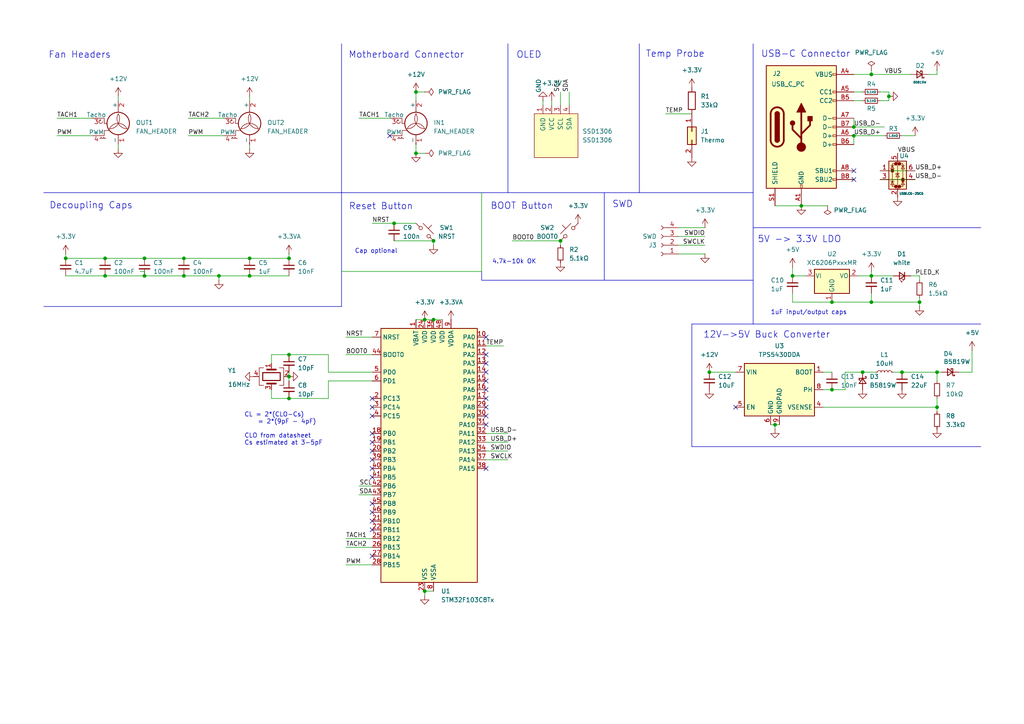
<source format=kicad_sch>
(kicad_sch (version 20231120) (generator "eeschema") (generator_version "8.0")
  (paper "A4")
  (title_block (title "Fan Controller (v2, WIP)") (date "2024-06-03") (rev "v2.0") (company "@funrollloops") (comment 1 "github.com/funrollloops/fancontrol"))
  (lib_symbols
    (symbol "Connector:Conn_01x04_Socket" (pin_names (offset 1.016) hide)
      (property "Reference" "J" (at 0 5.08 0))
      (property "Value" "Conn_01x04_Socket" (at 0 -7.62 0))
      (symbol "Conn_01x04_Socket_1_1"
        (pin passive line (at -5.08 2.54 0) (length 3.81) (name "Pin_1") (number "1"))
        (pin passive line (at -5.08 0 0) (length 3.81) (name "Pin_2") (number "2"))
        (pin passive line (at -5.08 -2.54 0) (length 3.81) (name "Pin_3") (number "3"))
        (pin passive line (at -5.08 -5.08 0) (length 3.81) (name "Pin_4") (number "4"))
      )
    )
    (symbol "Connector:USB_C_Receptacle_USB2.0_16P" (pin_names (offset 1.016))
      (property "Reference" "J" (at 0 22.225 0))
      (property "Value" "USB_C_Receptacle_USB2.0_16P" (at 0 19.685 0))
      (symbol "USB_C_Receptacle_USB2.0_16P_1_1"
        (pin passive line (at 0 -22.86 90) (length 5.08) (name "GND") (number "A1"))
        (pin passive line (at 0 -22.86 90) (length 5.08) hide (name "GND") (number "A12"))
        (pin passive line (at 15.24 15.24 180) (length 5.08) (name "VBUS") (number "A4"))
        (pin bidirectional line (at 15.24 10.16 180) (length 5.08) (name "CC1") (number "A5"))
        (pin bidirectional line (at 15.24 -2.54 180) (length 5.08) (name "D+") (number "A6"))
        (pin bidirectional line (at 15.24 2.54 180) (length 5.08) (name "D-") (number "A7"))
        (pin bidirectional line (at 15.24 -12.7 180) (length 5.08) (name "SBU1") (number "A8"))
        (pin passive line (at 15.24 15.24 180) (length 5.08) hide (name "VBUS") (number "A9"))
        (pin passive line (at 0 -22.86 90) (length 5.08) hide (name "GND") (number "B1"))
        (pin passive line (at 0 -22.86 90) (length 5.08) hide (name "GND") (number "B12"))
        (pin passive line (at 15.24 15.24 180) (length 5.08) hide (name "VBUS") (number "B4"))
        (pin bidirectional line (at 15.24 7.62 180) (length 5.08) (name "CC2") (number "B5"))
        (pin bidirectional line (at 15.24 -5.08 180) (length 5.08) (name "D+") (number "B6"))
        (pin bidirectional line (at 15.24 0 180) (length 5.08) (name "D-") (number "B7"))
        (pin bidirectional line (at 15.24 -15.24 180) (length 5.08) (name "SBU2") (number "B8"))
        (pin passive line (at 15.24 15.24 180) (length 5.08) hide (name "VBUS") (number "B9"))
        (pin passive line (at -7.62 -22.86 90) (length 5.08) (name "SHIELD") (number "S1"))
      )
    )
    (symbol "Connector_Generic:Conn_02x01" (pin_names (offset 1.016) hide)
      (property "Reference" "J" (at 1.27 2.54 0))
      (property "Value" "Conn_02x01" (at 1.27 -2.54 0))
      (symbol "Conn_02x01_1_1"
        (pin passive line (at -5.08 0 0) (length 3.81) (name "Pin_1") (number "1"))
        (pin passive line (at 7.62 0 180) (length 3.81) (name "Pin_2") (number "2"))
      )
    )
    (symbol "Device:C_Small" (pin_numbers hide) (pin_names (offset 0.254) hide)
      (property "Reference" "C" (at 0.254 1.778 0))
      (property "Value" "C_Small" (at 0.254 -2.032 0))
      (symbol "C_Small_1_1"
        (pin passive line (at 0 2.54 270) (length 2.032) (name "~") (number "1"))
        (pin passive line (at 0 -2.54 90) (length 2.032) (name "~") (number "2"))
      )
    )
    (symbol "Device:Crystal_GND24" (pin_names (offset 1.016) hide)
      (property "Reference" "Y" (at 3.175 5.08 0))
      (property "Value" "Crystal_GND24" (at 3.175 3.175 0))
      (symbol "Crystal_GND24_1_1"
        (pin passive line (at -3.81 0 0) (length 1.27) (name "1") (number "1"))
        (pin passive line (at 0 5.08 270) (length 1.27) (name "2") (number "2"))
        (pin passive line (at 3.81 0 180) (length 1.27) (name "3") (number "3"))
        (pin passive line (at 0 -5.08 90) (length 1.27) (name "4") (number "4"))
      )
    )
    (symbol "Device:D_Schottky_Small" (pin_numbers hide) (pin_names (offset 0.254) hide)
      (property "Reference" "D" (at -1.27 2.032 0))
      (property "Value" "D_Schottky_Small" (at -7.112 -2.032 0))
      (symbol "D_Schottky_Small_1_1"
        (pin passive line (at -2.54 0 0) (length 1.778) (name "K") (number "1"))
        (pin passive line (at 2.54 0 180) (length 1.778) (name "A") (number "2"))
      )
    )
    (symbol "Device:LED_Small" (pin_numbers hide) (pin_names (offset 0.254) hide)
      (property "Reference" "D" (at -1.27 3.175 0))
      (property "Value" "LED_Small" (at -4.445 -2.54 0))
      (symbol "LED_Small_1_1"
        (pin passive line (at -2.54 0 0) (length 1.778) (name "K") (number "1"))
        (pin passive line (at 2.54 0 180) (length 1.778) (name "A") (number "2"))
      )
    )
    (symbol "Device:L_Small" (pin_numbers hide) (pin_names (offset 0.254) hide)
      (property "Reference" "L" (at 0.762 1.016 0))
      (property "Value" "L_Small" (at 0.762 -1.016 0))
      (symbol "L_Small_1_1"
        (pin passive line (at 0 2.54 270) (length 0.508) (name "~") (number "1"))
        (pin passive line (at 0 -2.54 90) (length 0.508) (name "~") (number "2"))
      )
    )
    (symbol "Device:R" (pin_numbers hide) (pin_names (offset 0))
      (property "Reference" "R" (at 2.032 0 90))
      (property "Value" "R" (at 0 0 90))
      (symbol "R_1_1"
        (pin passive line (at 0 3.81 270) (length 1.27) (name "~") (number "1"))
        (pin passive line (at 0 -3.81 90) (length 1.27) (name "~") (number "2"))
      )
    )
    (symbol "Device:R_Small" (pin_numbers hide) (pin_names (offset 0.254) hide)
      (property "Reference" "R" (at 0.762 0.508 0))
      (property "Value" "R_Small" (at 0.762 -1.016 0))
      (symbol "R_Small_1_1"
        (pin passive line (at 0 2.54 270) (length 0.762) (name "~") (number "1"))
        (pin passive line (at 0 -2.54 90) (length 0.762) (name "~") (number "2"))
      )
    )
    (symbol "MCU_ST_STM32F1:STM32F103C8Tx"
      (property "Reference" "U" (at -12.7 39.37 0))
      (property "Value" "STM32F103C8Tx" (at 10.16 39.37 0))
      (symbol "STM32F103C8Tx_1_1"
        (pin power_in line (at -2.54 40.64 270) (length 2.54) (name "VBAT") (number "1"))
        (pin bidirectional line (at 17.78 35.56 180) (length 2.54) (name "PA0") (number "10"))
        (pin bidirectional line (at 17.78 33.02 180) (length 2.54) (name "PA1") (number "11"))
        (pin bidirectional line (at 17.78 30.48 180) (length 2.54) (name "PA2") (number "12"))
        (pin bidirectional line (at 17.78 27.94 180) (length 2.54) (name "PA3") (number "13"))
        (pin bidirectional line (at 17.78 25.4 180) (length 2.54) (name "PA4") (number "14"))
        (pin bidirectional line (at 17.78 22.86 180) (length 2.54) (name "PA5") (number "15"))
        (pin bidirectional line (at 17.78 20.32 180) (length 2.54) (name "PA6") (number "16"))
        (pin bidirectional line (at 17.78 17.78 180) (length 2.54) (name "PA7") (number "17"))
        (pin bidirectional line (at -15.24 7.62 0) (length 2.54) (name "PB0") (number "18"))
        (pin bidirectional line (at -15.24 5.08 0) (length 2.54) (name "PB1") (number "19"))
        (pin bidirectional line (at -15.24 17.78 0) (length 2.54) (name "PC13") (number "2"))
        (pin bidirectional line (at -15.24 2.54 0) (length 2.54) (name "PB2") (number "20"))
        (pin bidirectional line (at -15.24 -17.78 0) (length 2.54) (name "PB10") (number "21"))
        (pin bidirectional line (at -15.24 -20.32 0) (length 2.54) (name "PB11") (number "22"))
        (pin power_in line (at 0 -38.1 90) (length 2.54) (name "VSS") (number "23"))
        (pin power_in line (at 0 40.64 270) (length 2.54) (name "VDD") (number "24"))
        (pin bidirectional line (at -15.24 -22.86 0) (length 2.54) (name "PB12") (number "25"))
        (pin bidirectional line (at -15.24 -25.4 0) (length 2.54) (name "PB13") (number "26"))
        (pin bidirectional line (at -15.24 -27.94 0) (length 2.54) (name "PB14") (number "27"))
        (pin bidirectional line (at -15.24 -30.48 0) (length 2.54) (name "PB15") (number "28"))
        (pin bidirectional line (at 17.78 15.24 180) (length 2.54) (name "PA8") (number "29"))
        (pin bidirectional line (at -15.24 15.24 0) (length 2.54) (name "PC14") (number "3"))
        (pin bidirectional line (at 17.78 12.7 180) (length 2.54) (name "PA9") (number "30"))
        (pin bidirectional line (at 17.78 10.16 180) (length 2.54) (name "PA10") (number "31"))
        (pin bidirectional line (at 17.78 7.62 180) (length 2.54) (name "PA11") (number "32"))
        (pin bidirectional line (at 17.78 5.08 180) (length 2.54) (name "PA12") (number "33"))
        (pin bidirectional line (at 17.78 2.54 180) (length 2.54) (name "PA13") (number "34"))
        (pin passive line (at 0 -38.1 90) (length 2.54) hide (name "VSS") (number "35"))
        (pin power_in line (at 2.54 40.64 270) (length 2.54) (name "VDD") (number "36"))
        (pin bidirectional line (at 17.78 0 180) (length 2.54) (name "PA14") (number "37"))
        (pin bidirectional line (at 17.78 -2.54 180) (length 2.54) (name "PA15") (number "38"))
        (pin bidirectional line (at -15.24 0 0) (length 2.54) (name "PB3") (number "39"))
        (pin bidirectional line (at -15.24 12.7 0) (length 2.54) (name "PC15") (number "4"))
        (pin bidirectional line (at -15.24 -2.54 0) (length 2.54) (name "PB4") (number "40"))
        (pin bidirectional line (at -15.24 -5.08 0) (length 2.54) (name "PB5") (number "41"))
        (pin bidirectional line (at -15.24 -7.62 0) (length 2.54) (name "PB6") (number "42"))
        (pin bidirectional line (at -15.24 -10.16 0) (length 2.54) (name "PB7") (number "43"))
        (pin input line (at -15.24 30.48 0) (length 2.54) (name "BOOT0") (number "44"))
        (pin bidirectional line (at -15.24 -12.7 0) (length 2.54) (name "PB8") (number "45"))
        (pin bidirectional line (at -15.24 -15.24 0) (length 2.54) (name "PB9") (number "46"))
        (pin passive line (at 0 -38.1 90) (length 2.54) hide (name "VSS") (number "47"))
        (pin power_in line (at 5.08 40.64 270) (length 2.54) (name "VDD") (number "48"))
        (pin bidirectional line (at -15.24 25.4 0) (length 2.54) (name "PD0") (number "5"))
        (pin bidirectional line (at -15.24 22.86 0) (length 2.54) (name "PD1") (number "6"))
        (pin input line (at -15.24 35.56 0) (length 2.54) (name "NRST") (number "7"))
        (pin power_in line (at 2.54 -38.1 90) (length 2.54) (name "VSSA") (number "8"))
        (pin power_in line (at 7.62 40.64 270) (length 2.54) (name "VDDA") (number "9"))
      )
    )
    (symbol "Motor:Fan_CPU_4pin" (pin_names (offset 0))
      (property "Reference" "M" (at 2.54 5.08 0))
      (property "Value" "Fan_CPU_4pin" (at 2.54 -2.54 0))
      (symbol "Fan_CPU_4pin_1_1"
        (pin passive line (at 0 -5.08 90) (length 2.54) (name "-") (number "1"))
        (pin passive line (at 0 7.62 270) (length 2.54) (name "+") (number "2"))
        (pin passive line (at -7.62 2.54 0) (length 2.54) (name "Tacho") (number "3"))
        (pin input line (at -7.62 -2.54 0) (length 2.54) (name "PWM") (number "4"))
      )
    )
    (symbol "Power_Protection:USBLC6-2SC6" (pin_names hide)
      (property "Reference" "U" (at 0.635 5.715 0))
      (property "Value" "USBLC6-2SC6" (at 0.635 3.81 0))
      (symbol "USBLC6-2SC6_1_1"
        (pin passive line (at -5.08 0 0) (length 2.54) (name "I/O1") (number "1"))
        (pin passive line (at 0 -7.62 90) (length 2.54) (name "GND") (number "2"))
        (pin passive line (at -5.08 -2.54 0) (length 2.54) (name "I/O2") (number "3"))
        (pin passive line (at 5.08 -2.54 180) (length 2.54) (name "I/O2") (number "4"))
        (pin passive line (at 0 5.08 270) (length 2.54) (name "VBUS") (number "5"))
        (pin passive line (at 5.08 0 180) (length 2.54) (name "I/O1") (number "6"))
      )
    )
    (symbol "Regulator_Linear:XC6206PxxxMR" (pin_names (offset 0.254))
      (property "Reference" "U" (at -3.81 3.175 0))
      (property "Value" "XC6206PxxxMR" (at 0 3.175 0))
      (symbol "XC6206PxxxMR_1_1"
        (pin power_in line (at 0 -7.62 90) (length 2.54) (name "GND") (number "1"))
        (pin power_out line (at 7.62 0 180) (length 2.54) (name "VO") (number "2"))
        (pin power_in line (at -7.62 0 0) (length 2.54) (name "VI") (number "3"))
      )
    )
    (symbol "Regulator_Switching:TPS5430DDA"
      (property "Reference" "U" (at -10.16 8.89 0))
      (property "Value" "TPS5430DDA" (at -1.27 8.89 0))
      (symbol "TPS5430DDA_1_1"
        (pin input line (at 12.7 5.08 180) (length 2.54) (name "BOOT") (number "1"))
        (pin no_connect line (at -10.16 2.54 0) (length 2.54) hide (name "NC") (number "2"))
        (pin no_connect line (at -10.16 -2.54 0) (length 2.54) hide (name "NC") (number "3"))
        (pin input line (at 12.7 -5.08 180) (length 2.54) (name "VSENSE") (number "4"))
        (pin input line (at -12.7 -5.08 0) (length 2.54) (name "EN") (number "5"))
        (pin power_in line (at -2.54 -10.16 90) (length 2.54) (name "GND") (number "6"))
        (pin power_in line (at -12.7 5.08 0) (length 2.54) (name "VIN") (number "7"))
        (pin output line (at 12.7 0 180) (length 2.54) (name "PH") (number "8"))
        (pin power_in line (at 0 -10.16 90) (length 2.54) (name "GNDPAD") (number "9"))
      )
    )
    (symbol "SSD1306-128x64_OLED:SSD1306" (pin_names (offset 1.016))
      (property "Reference" "Brd" (at 0 -3.81 0))
      (property "Value" "SSD1306" (at 0 -1.27 0))
      (symbol "SSD1306_1_1"
        (pin input line (at -3.81 8.89 270) (length 2.54) (name "GND") (number "1"))
        (pin input line (at -1.27 8.89 270) (length 2.54) (name "VCC") (number "2"))
        (pin input line (at 1.27 8.89 270) (length 2.54) (name "SCL") (number "3"))
        (pin input line (at 3.81 8.89 270) (length 2.54) (name "SDA") (number "4"))
      )
    )
    (symbol "Switch:SW_Push_45deg" (pin_numbers hide) (pin_names (offset 1.016) hide)
      (property "Reference" "SW" (at 3.048 1.016 0))
      (property "Value" "SW_Push_45deg" (at 0 -3.81 0))
      (symbol "SW_Push_45deg_0_1"
        (pin passive line (at -2.54 2.54 0) (length 0) (name "1") (number "1"))
        (pin passive line (at 2.54 -2.54 180) (length 0) (name "2") (number "2"))
      )
    )
    (symbol "power:+12V" (power) (pin_numbers hide) (pin_names (offset 0) hide)
      (property "Value" "+12V" (at 0 3.556 0))
      (symbol "+12V_1_1"
        (pin power_in line (at 0 0 90) (length 0) (name "~") (number "1"))
      )
    )
    (symbol "power:+3.3V" (power) (pin_numbers hide) (pin_names (offset 0) hide)
      (property "Value" "+3.3V" (at 0 3.556 0))
      (symbol "+3.3V_1_1"
        (pin power_in line (at 0 0 90) (length 0) (name "~") (number "1"))
      )
    )
    (symbol "power:+3.3VA" (power) (pin_numbers hide) (pin_names (offset 0) hide)
      (property "Value" "+3.3VA" (at 0 3.556 0))
      (symbol "+3.3VA_1_1"
        (pin power_in line (at 0 0 90) (length 0) (name "~") (number "1"))
      )
    )
    (symbol "power:+5V" (power) (pin_numbers hide) (pin_names (offset 0) hide)
      (property "Value" "+5V" (at 0 3.556 0))
      (symbol "+5V_1_1"
        (pin power_in line (at 0 0 90) (length 0) (name "~") (number "1"))
      )
    )
    (symbol "power:GND" (power) (pin_numbers hide) (pin_names (offset 0) hide)
      (property "Value" "GND" (at 0 -3.81 0))
      (symbol "GND_1_1"
        (pin power_in line (at 0 0 270) (length 0) (name "~") (number "1"))
      )
    )
    (symbol "power:PWR_FLAG" (power) (pin_numbers hide) (pin_names (offset 0) hide)
      (property "Value" "PWR_FLAG" (at 0 3.81 0))
      (symbol "PWR_FLAG_0_0"
        (pin power_out line (at 0 0 90) (length 0) (name "~") (number "1"))
      )
    )
  )
  (junction (at 125.73 92.71))
  (junction (at 247.65 36.83))
  (junction (at 252.73 21.59))
  (junction (at 41.91 74.93))
  (junction (at 224.79 123.19))
  (junction (at 241.3 87.63))
  (junction (at 83.82 74.93))
  (junction (at 72.39 74.93))
  (junction (at 162.56 69.85))
  (junction (at 83.82 115.57))
  (junction (at 83.82 109.22))
  (junction (at 123.19 171.45))
  (junction (at 266.7 87.63))
  (junction (at 229.87 80.01))
  (junction (at 250.19 107.95))
  (junction (at 232.41 59.69))
  (junction (at 241.3 113.03))
  (junction (at 63.5 80.01))
  (junction (at 205.74 107.95))
  (junction (at 120.65 26.67))
  (junction (at 120.65 44.45))
  (junction (at 261.62 107.95))
  (junction (at 252.73 80.01))
  (junction (at 53.34 80.01))
  (junction (at 271.78 118.11))
  (junction (at 123.19 92.71))
  (junction (at 19.05 74.93))
  (junction (at 41.91 80.01))
  (junction (at 252.73 87.63))
  (junction (at 53.34 74.93))
  (junction (at 30.48 74.93))
  (junction (at 114.3 64.77))
  (junction (at 271.78 107.95))
  (junction (at 83.82 102.87))
  (junction (at 30.48 80.01))
  (junction (at 257.81 27.94))
  (junction (at 125.73 69.85))
  (junction (at 72.39 80.01))
  (junction (at 247.65 39.37))
  (no_connect (at 107.95 153.67))
  (no_connect (at 247.65 52.07))
  (no_connect (at 140.97 102.87))
  (no_connect (at 107.95 125.73))
  (no_connect (at 140.97 120.65))
  (no_connect (at 107.95 146.05))
  (no_connect (at 107.95 118.11))
  (no_connect (at 247.65 49.53))
  (no_connect (at 140.97 123.19))
  (no_connect (at 107.95 115.57))
  (no_connect (at 107.95 151.13))
  (no_connect (at 107.95 133.35))
  (no_connect (at 140.97 115.57))
  (no_connect (at 140.97 107.95))
  (no_connect (at 107.95 148.59))
  (no_connect (at 140.97 105.41))
  (no_connect (at 140.97 97.79))
  (no_connect (at 140.97 110.49))
  (no_connect (at 107.95 120.65))
  (no_connect (at 107.95 161.29))
  (no_connect (at 107.95 128.27))
  (no_connect (at 140.97 118.11))
  (no_connect (at 107.95 138.43))
  (no_connect (at 140.97 135.89))
  (no_connect (at 213.36 118.11))
  (no_connect (at 113.03 39.37))
  (no_connect (at 107.95 135.89))
  (no_connect (at 140.97 113.03))
  (no_connect (at 107.95 130.81))
  (wire (pts (xy 224.79 123.19) (xy 226.06 123.19)))
  (wire (pts (xy 125.73 69.85) (xy 125.73 71.12)))
  (wire (pts (xy 114.3 64.77) (xy 120.65 64.77)))
  (wire (pts (xy 78.74 115.57) (xy 83.82 115.57)))
  (wire (pts (xy 238.76 118.11) (xy 271.78 118.11)))
  (wire (pts (xy 100.33 158.75) (xy 107.95 158.75)))
  (polyline (pts (xy 200.66 93.98) (xy 200.66 129.54)))
  (wire (pts (xy 104.14 140.97) (xy 107.95 140.97)))
  (wire (pts (xy 72.39 80.01) (xy 83.82 80.01)))
  (polyline (pts (xy 218.44 93.98) (xy 284.48 93.98)))
  (wire (pts (xy 34.29 27.94) (xy 34.29 29.21)))
  (polyline (pts (xy 99.06 55.88) (xy 147.32 55.88)))
  (wire (pts (xy 120.65 44.45) (xy 123.19 44.45)))
  (wire (pts (xy 123.19 92.71) (xy 125.73 92.71)))
  (wire (pts (xy 140.97 100.33) (xy 146.05 100.33)))
  (wire (pts (xy 83.82 73.66) (xy 83.82 74.93)))
  (wire (pts (xy 271.78 118.11) (xy 271.78 119.38)))
  (wire (pts (xy 72.39 74.93) (xy 83.82 74.93)))
  (wire (pts (xy 271.78 115.57) (xy 271.78 118.11)))
  (wire (pts (xy 40.64 78.74) (xy 41.91 78.74)))
  (polyline (pts (xy 218.44 66.04) (xy 284.48 66.04)))
  (wire (pts (xy 100.33 102.87) (xy 107.95 102.87)))
  (wire (pts (xy 252.73 80.01) (xy 252.73 78.74)))
  (wire (pts (xy 229.87 77.47) (xy 229.87 80.01)))
  (wire (pts (xy 63.5 80.01) (xy 63.5 81.28)))
  (wire (pts (xy 120.65 92.71) (xy 123.19 92.71)))
  (wire (pts (xy 120.65 41.91) (xy 120.65 44.45)))
  (wire (pts (xy 259.08 107.95) (xy 261.62 107.95)))
  (wire (pts (xy 100.33 156.21) (xy 107.95 156.21)))
  (wire (pts (xy 266.7 86.36) (xy 266.7 87.63)))
  (wire (pts (xy 99.06 78.74) (xy 139.7 78.74)))
  (wire (pts (xy 120.65 26.67) (xy 120.65 29.21)))
  (wire (pts (xy 247.65 39.37) (xy 256.54 39.37)))
  (wire (pts (xy 255.27 49.53) (xy 265.43 49.53)))
  (wire (pts (xy 271.78 107.95) (xy 273.05 107.95)))
  (wire (pts (xy 72.39 41.91) (xy 72.39 43.18)))
  (polyline (pts (xy 218.44 93.98) (xy 200.66 93.98)))
  (wire (pts (xy 125.73 92.71) (xy 128.27 92.71)))
  (wire (pts (xy 140.97 130.81) (xy 147.32 130.81)))
  (wire (pts (xy 78.74 115.57) (xy 78.74 113.03)))
  (wire (pts (xy 278.13 107.95) (xy 281.94 107.95)))
  (wire (pts (xy 83.82 102.87) (xy 95.25 102.87)))
  (polyline (pts (xy 175.26 81.28) (xy 218.44 81.28)))
  (wire (pts (xy 204.47 71.12) (xy 196.85 71.12)))
  (wire (pts (xy 104.14 143.51) (xy 107.95 143.51)))
  (wire (pts (xy 148.59 69.85) (xy 162.56 69.85)))
  (wire (pts (xy 41.91 74.93) (xy 53.34 74.93)))
  (wire (pts (xy 165.1 26.67) (xy 165.1 30.48)))
  (wire (pts (xy 257.81 29.21) (xy 257.81 27.94)))
  (wire (pts (xy 83.82 107.95) (xy 83.82 109.22)))
  (wire (pts (xy 252.73 80.01) (xy 259.08 80.01)))
  (wire (pts (xy 271.78 21.59) (xy 271.78 20.32)))
  (polyline (pts (xy 218.44 55.88) (xy 218.44 66.04)))
  (wire (pts (xy 264.16 80.01) (xy 266.7 80.01)))
  (wire (pts (xy 269.24 21.59) (xy 271.78 21.59)))
  (wire (pts (xy 193.04 33.02) (xy 200.66 33.02)))
  (polyline (pts (xy 99.06 12.7) (xy 99.06 55.88)))
  (polyline (pts (xy 12.7 55.88) (xy 99.06 55.88)))
  (wire (pts (xy 123.19 171.45) (xy 125.73 171.45)))
  (wire (pts (xy 248.92 80.01) (xy 252.73 80.01)))
  (polyline (pts (xy 147.32 55.88) (xy 185.42 55.88)))
  (wire (pts (xy 120.65 26.67) (xy 123.19 26.67)))
  (wire (pts (xy 252.73 87.63) (xy 252.73 85.09)))
  (polyline (pts (xy 99.06 55.88) (xy 99.06 88.9)))
  (wire (pts (xy 83.82 115.57) (xy 95.25 115.57)))
  (wire (pts (xy 54.61 39.37) (xy 64.77 39.37)))
  (wire (pts (xy 140.97 128.27) (xy 147.32 128.27)))
  (wire (pts (xy 30.48 80.01) (xy 41.91 80.01)))
  (wire (pts (xy 271.78 107.95) (xy 271.78 110.49)))
  (wire (pts (xy 241.3 87.63) (xy 252.73 87.63)))
  (wire (pts (xy 72.39 27.94) (xy 72.39 29.21)))
  (wire (pts (xy 252.73 87.63) (xy 266.7 87.63)))
  (wire (pts (xy 30.48 74.93) (xy 41.91 74.93)))
  (wire (pts (xy 114.3 69.85) (xy 125.73 69.85)))
  (wire (pts (xy 232.41 59.69) (xy 240.03 59.69)))
  (wire (pts (xy 250.19 29.21) (xy 247.65 29.21)))
  (polyline (pts (xy 185.42 55.88) (xy 218.44 55.88)))
  (wire (pts (xy 107.95 64.77) (xy 114.3 64.77)))
  (wire (pts (xy 224.79 123.19) (xy 224.79 124.46)))
  (wire (pts (xy 266.7 87.63) (xy 266.7 88.9)))
  (wire (pts (xy 53.34 80.01) (xy 63.5 80.01)))
  (wire (pts (xy 223.52 123.19) (xy 224.79 123.19)))
  (wire (pts (xy 257.81 29.21) (xy 255.27 29.21)))
  (wire (pts (xy 229.87 85.09) (xy 229.87 87.63)))
  (polyline (pts (xy 147.32 12.7) (xy 147.32 55.88)))
  (wire (pts (xy 257.81 27.94) (xy 257.81 26.67)))
  (wire (pts (xy 19.05 80.01) (xy 30.48 80.01)))
  (wire (pts (xy 34.29 41.91) (xy 34.29 43.18)))
  (wire (pts (xy 281.94 101.6) (xy 281.94 107.95)))
  (wire (pts (xy 78.74 102.87) (xy 78.74 105.41)))
  (wire (pts (xy 245.11 113.03) (xy 241.3 113.03)))
  (wire (pts (xy 204.47 66.04) (xy 196.85 66.04)))
  (wire (pts (xy 16.51 39.37) (xy 26.67 39.37)))
  (wire (pts (xy 78.74 102.87) (xy 83.82 102.87)))
  (wire (pts (xy 247.65 21.59) (xy 252.73 21.59)))
  (wire (pts (xy 205.74 107.95) (xy 213.36 107.95)))
  (wire (pts (xy 140.97 133.35) (xy 147.32 133.35)))
  (wire (pts (xy 252.73 20.32) (xy 252.73 21.59)))
  (wire (pts (xy 250.19 107.95) (xy 245.11 107.95)))
  (wire (pts (xy 100.33 163.83) (xy 107.95 163.83)))
  (wire (pts (xy 95.25 102.87) (xy 95.25 107.95)))
  (wire (pts (xy 204.47 73.66) (xy 196.85 73.66)))
  (wire (pts (xy 104.14 34.29) (xy 113.03 34.29)))
  (wire (pts (xy 100.33 97.79) (xy 107.95 97.79)))
  (wire (pts (xy 247.65 36.83) (xy 256.54 36.83)))
  (wire (pts (xy 257.81 26.67) (xy 255.27 26.67)))
  (wire (pts (xy 95.25 110.49) (xy 107.95 110.49)))
  (wire (pts (xy 160.02 29.21) (xy 160.02 30.48)))
  (wire (pts (xy 95.25 107.95) (xy 107.95 107.95)))
  (polyline (pts (xy 175.26 81.28) (xy 175.26 55.88)))
  (wire (pts (xy 19.05 73.66) (xy 19.05 74.93)))
  (wire (pts (xy 123.19 171.45) (xy 123.19 172.72)))
  (wire (pts (xy 95.25 110.49) (xy 95.25 115.57)))
  (wire (pts (xy 238.76 113.03) (xy 241.3 113.03)))
  (wire (pts (xy 41.91 80.01) (xy 53.34 80.01)))
  (wire (pts (xy 139.7 55.88) (xy 139.7 78.74)))
  (wire (pts (xy 54.61 34.29) (xy 64.77 34.29)))
  (wire (pts (xy 83.82 109.22) (xy 83.82 110.49)))
  (polyline (pts (xy 200.66 129.54) (xy 284.48 129.54)))
  (wire (pts (xy 16.51 34.29) (xy 26.67 34.29)))
  (wire (pts (xy 250.19 26.67) (xy 247.65 26.67)))
  (wire (pts (xy 232.41 59.69) (xy 224.79 59.69)))
  (wire (pts (xy 261.62 39.37) (xy 265.43 39.37)))
  (wire (pts (xy 162.56 69.85) (xy 162.56 71.12)))
  (polyline (pts (xy 218.44 66.04) (xy 218.44 93.98)))
  (wire (pts (xy 266.7 80.01) (xy 266.7 81.28)))
  (wire (pts (xy 245.11 107.95) (xy 245.11 113.03)))
  (wire (pts (xy 252.73 21.59) (xy 264.16 21.59)))
  (polyline (pts (xy 12.7 88.9) (xy 99.06 88.9)))
  (wire (pts (xy 261.62 107.95) (xy 271.78 107.95)))
  (polyline (pts (xy 139.7 81.28) (xy 175.26 81.28)))
  (wire (pts (xy 53.34 74.93) (xy 72.39 74.93)))
  (polyline (pts (xy 218.44 12.7) (xy 218.44 55.88)))
  (wire (pts (xy 162.56 26.67) (xy 162.56 30.48)))
  (wire (pts (xy 140.97 125.73) (xy 147.32 125.73)))
  (wire (pts (xy 63.5 80.01) (xy 72.39 80.01)))
  (wire (pts (xy 250.19 107.95) (xy 254 107.95)))
  (wire (pts (xy 233.68 80.01) (xy 229.87 80.01)))
  (wire (pts (xy 247.65 34.29) (xy 247.65 36.83)))
  (polyline (pts (xy 139.7 78.74) (xy 139.7 81.28)))
  (wire (pts (xy 19.05 74.93) (xy 30.48 74.93)))
  (wire (pts (xy 238.76 107.95) (xy 241.3 107.95)))
  (wire (pts (xy 255.27 52.07) (xy 265.43 52.07)))
  (wire (pts (xy 229.87 87.63) (xy 241.3 87.63)))
  (wire (pts (xy 247.65 39.37) (xy 247.65 41.91)))
  (polyline (pts (xy 185.42 12.7) (xy 185.42 55.88)))
  (wire (pts (xy 157.48 29.21) (xy 157.48 30.48)))
  (wire (pts (xy 41.91 78.74) (xy 41.91 80.01)))
  (wire (pts (xy 204.47 68.58) (xy 196.85 68.58)))
  (text "12V->5V Buck Converter" (at 203.962 98.298 0) (effects (font (size 1.905 1.905)) (justify left bottom)))
  (text "1uF input/output caps" (at 223.52 91.44 0) (effects (font (size 1.27 1.27)) (justify left bottom)))
  (text "CL = 2*(CLO-Cs)\n    = 2*(9pF - 4pF)\n\nCLO from datasheet\nCs estimated at 3-5pF" (at 70.866 129.286 0) (effects (font (size 1.27 1.27)) (justify left bottom)))
  (text "Temp Probe" (at 195.834 15.748 0) (effects (font (size 1.905 1.905))))
  (text "BOOT Button" (at 142.24 60.96 0) (effects (font (size 1.905 1.905)) (justify left bottom)))
  (text "USB-C Connector" (at 233.68 15.748 0) (effects (font (size 1.905 1.905))))
  (text "Decoupling Caps" (at 26.416 59.69 0) (effects (font (size 1.905 1.905))))
  (text "Fan Headers" (at 23.114 16.002 0) (effects (font (size 1.905 1.905))))
  (text "Reset Button" (at 110.49 59.944 0) (effects (font (size 1.905 1.905))))
  (text "4.7k-10k OK" (at 142.748 76.708 0) (effects (font (size 1.27 1.27)) (justify left bottom)))
  (text "Cap optional" (at 102.87 73.66 0) (effects (font (size 1.27 1.27)) (justify left bottom)))
  (text "SWD" (at 177.546 60.452 0) (effects (font (size 1.905 1.905)) (justify left bottom)))
  (text "Motherboard Connector" (at 117.856 16.002 0) (effects (font (size 1.905 1.905))))
  (text "OLED" (at 153.416 16.002 0) (effects (font (size 1.905 1.905))))
  (text "5V -> 3.3V LDO" (at 219.71 70.612 0) (effects (font (size 1.905 1.905)) (justify left bottom)))
  (label "SWCLK" (at 142.24 133.35 0))
  (label "USB_D+" (at 247.65 39.37 0))
  (label "SWDIO" (at 204.47 68.58 180))
  (label "VBUS" (at 256.54 21.59 0))
  (label "BOOT0" (at 148.59 69.85 0))
  (label "VBUS" (at 260.35 44.45 0))
  (label "USB_D-" (at 265.43 52.07 0))
  (label "PWM" (at 16.51 39.37 0))
  (label "PWM" (at 54.61 39.37 0))
  (label "TACH1" (at 100.33 156.21 0))
  (label "TACH1" (at 16.51 34.29 0))
  (label "SWDIO" (at 142.24 130.81 0))
  (label "USB_D+" (at 142.24 128.27 0))
  (label "NRST" (at 100.33 97.79 0))
  (label "TEMP" (at 140.97 100.33 0))
  (label "USB_D-" (at 247.65 36.83 0))
  (label "SCL" (at 162.56 26.67 90))
  (label "NRST" (at 107.95 64.77 0))
  (label "SCL" (at 107.95 140.97 180))
  (label "BOOT0" (at 100.33 102.87 0))
  (label "USB_D-" (at 142.24 125.73 0))
  (label "TEMP" (at 193.04 33.02 0))
  (label "PLED_K" (at 265.43 80.01 0))
  (label "SDA" (at 107.95 143.51 180))
  (label "PWM" (at 100.33 163.83 0))
  (label "SWCLK" (at 204.47 71.12 180))
  (label "TACH2" (at 100.33 158.75 0))
  (label "TACH2" (at 54.61 34.29 0))
  (label "TACH1" (at 104.14 34.29 0))
  (label "SDA" (at 165.1 26.67 90))
  (label "USB_D+" (at 265.43 49.53 0))
  (symbol (lib_id "Device:C_Small") (at 205.74 110.49 0) (unit 1)
    (property "Reference" "C12" (at 208.28 109.2262 0) (effects (justify left)))
    (property "Value" "10uF" (at 208.28 111.7662 0) (effects (justify left)))
    (property "Footprint" "Capacitor_SMD:C_0603_1608Metric" (effects (hide yes)))
    (property "Description" "Unpolarized capacitor, small symbol" (effects (hide yes)))
  )
  (symbol (lib_id "power:+3.3VA") (at 83.82 73.66 0) (unit 1)
    (property "Reference" "#PWR018" (effects (hide yes)))
    (property "Value" "+3.3VA" (at 83.82 68.58 0))
    (property "Description" "Power symbol creates a global label with name \"+3.3VA\"" (effects (hide yes)))
  )
  (symbol (lib_id "power:GND") (at 200.66 45.72 0) (unit 1)
    (property "Reference" "#PWR08" (effects (hide yes)))
    (property "Value" "GND" (effects (hide yes)))
    (property "Description" "Power symbol creates a global label with name \"GND\" , ground" (effects (hide yes)))
  )
  (symbol (lib_id "Device:C_Small") (at 19.05 77.47 0) (unit 1)
    (property "Reference" "C1" (at 21.59 76.2062 0) (effects (justify left)))
    (property "Value" "4.7uF" (at 21.59 78.7462 0) (effects (justify left)))
    (property "Footprint" "Capacitor_SMD:C_0402_1005Metric" (effects (hide yes)))
    (property "Description" "Unpolarized capacitor, small symbol" (effects (hide yes)))
  )
  (symbol (lib_id "Motor:Fan_CPU_4pin") (at 72.39 36.83 0) (unit 1)
    (property "Reference" "OUT2" (at 77.47 35.5599 0) (effects (justify left)))
    (property "Value" "FAN_HEADER" (at 77.47 38.0999 0) (effects (justify left)))
    (property "Footprint" "Connector:FanPinHeader_1x04_P2.54mm_Vertical" (effects (hide yes)))
    (property "Datasheet" "http://www.formfactors.org/developer%5Cspecs%5Crev1_2_public.pdf" (effects (hide yes)))
    (property "Description" "CPU Fan, tacho output, PWM input, 4-pin connector" (effects (hide yes)))
  )
  (symbol (lib_id "Device:C_Small") (at 241.3 110.49 0) (unit 1)
    (property "Reference" "C13" (at 243.84 109.2262 0) (effects (justify left)))
    (property "Value" "10nF" (at 243.84 111.7662 0) (effects (justify left)))
    (property "Footprint" "Capacitor_SMD:C_0402_1005Metric" (effects (hide yes)))
    (property "Description" "Unpolarized capacitor, small symbol" (effects (hide yes)))
  )
  (symbol (lib_id "power:GND") (at 204.47 73.66 0) (unit 1)
    (property "Reference" "#PWR039" (effects (hide yes)))
    (property "Value" "GND" (effects (hide yes)))
  )
  (symbol (lib_id "Connector:USB_C_Receptacle_USB2.0_16P") (at 232.41 36.83 0) (unit 1)
    (property "Reference" "J2" (at 225.298 21.336 0))
    (property "Value" "USB_C_PC" (at 228.6 24.384 0))
    (property "Footprint" "Connector_USB:USB_C_Receptacle_XKB_U262-16XN-4BVC11" (effects (hide yes)))
    (property "Datasheet" "https://www.usb.org/sites/default/files/documents/usb_type-c.zip" (effects (hide yes)))
  )
  (symbol (lib_id "Device:L_Small") (at 256.54 107.95 90) (unit 1)
    (property "Reference" "L1" (at 256.54 102.87 90))
    (property "Value" "10uH" (at 256.54 105.41 90))
    (property "Footprint" "Inductor_SMD:L_1210_3225Metric" (effects (hide yes)))
    (property "Description" "Inductor, small symbol" (effects (hide yes)))
  )
  (symbol (lib_id "Device:Crystal_GND24") (at 78.74 109.22 270) (unit 1)
    (property "Reference" "Y1" (at 67.31 107.442 90))
    (property "Value" "16MHz" (at 69.342 111.506 90))
    (property "Footprint" "Crystal:Crystal_SMD_3225-4Pin_3.2x2.5mm" (effects (hide yes)))
  )
  (symbol (lib_id "power:GND") (at 260.35 57.15 0) (mirror y) (unit 1)
    (property "Reference" "#PWR041" (effects (hide yes)))
    (property "Value" "GND" (effects (hide yes)))
  )
  (symbol (lib_id "power:GND") (at 205.74 113.03 0) (unit 1)
    (property "Reference" "#PWR034" (effects (hide yes)))
    (property "Value" "GND" (effects (hide yes)))
  )
  (symbol (lib_id "power:GND") (at 224.79 124.46 0) (unit 1)
    (property "Reference" "#PWR032" (effects (hide yes)))
    (property "Value" "GND" (effects (hide yes)))
  )
  (symbol (lib_id "power:GND") (at 120.65 44.45 0) (unit 1)
    (property "Reference" "#PWR01" (effects (hide yes)))
    (property "Value" "GND" (effects (hide yes)))
    (property "Description" "Power symbol creates a global label with name \"GND\" , ground" (effects (hide yes)))
  )
  (symbol (lib_id "power:+3.3V") (at 123.19 92.71 0) (unit 1)
    (property "Reference" "#PWR017" (effects (hide yes)))
    (property "Value" "+3.3V" (at 123.19 87.63 0))
    (property "Description" "Power symbol creates a global label with name \"+3.3V\"" (effects (hide yes)))
  )
  (symbol (lib_id "Motor:Fan_CPU_4pin") (at 120.65 36.83 0) (unit 1)
    (property "Reference" "IN1" (at 125.73 35.56 0) (effects (justify left)))
    (property "Value" "FAN_HEADER" (at 125.73 38.1 0) (effects (justify left)))
    (property "Footprint" "Connector:FanPinHeader_1x04_P2.54mm_Vertical" (effects (hide yes)))
    (property "Datasheet" "http://www.formfactors.org/developer%5Cspecs%5Crev1_2_public.pdf" (effects (hide yes)))
    (property "Description" "CPU Fan, tacho output, PWM input, 4-pin connector" (effects (hide yes)))
  )
  (symbol (lib_id "power:PWR_FLAG") (at 123.19 26.67 270) (unit 1)
    (property "Reference" "#FLG01" (effects (hide yes)))
    (property "Value" "PWR_FLAG" (at 127 26.67 90) (effects (justify left)))
    (property "Description" "Special symbol for telling ERC where power comes from" (effects (hide yes)))
  )
  (symbol (lib_id "power:+3.3VA") (at 130.81 92.71 0) (unit 1)
    (property "Reference" "#PWR016" (effects (hide yes)))
    (property "Value" "+3.3VA" (at 130.81 87.63 0))
    (property "Description" "Power symbol creates a global label with name \"+3.3VA\"" (effects (hide yes)))
  )
  (symbol (lib_id "Connector:Conn_01x04_Socket") (at 191.77 71.12 180) (unit 1)
    (property "Reference" "J3" (at 190.5 71.1201 0) (effects (justify left)))
    (property "Value" "SWD" (at 190.5 68.5801 0) (effects (justify left)))
    (property "Footprint" "Connector_PinSocket_2.54mm:PinSocket_1x04_P2.54mm_Vertical" (effects (hide yes)))
    (property "Description" "Generic connector, single row, 01x04, script generated" (effects (hide yes)))
  )
  (symbol (lib_id "power:+3.3V") (at 167.64 64.77 0) (unit 1)
    (property "Reference" "#PWR024" (effects (hide yes)))
    (property "Value" "+3.3V" (at 167.64 59.69 0))
  )
  (symbol (lib_id "power:PWR_FLAG") (at 252.73 20.32 0) (mirror y) (unit 1)
    (property "Reference" "#FLG03" (effects (hide yes)))
    (property "Value" "PWR_FLAG" (at 252.73 15.24 0))
  )
  (symbol (lib_id "power:GND") (at 271.78 124.46 0) (unit 1)
    (property "Reference" "#PWR037" (effects (hide yes)))
    (property "Value" "GND" (effects (hide yes)))
  )
  (symbol (lib_id "power:GND") (at 34.29 43.18 0) (unit 1)
    (property "Reference" "#PWR02" (effects (hide yes)))
    (property "Value" "GND" (effects (hide yes)))
    (property "Description" "Power symbol creates a global label with name \"GND\" , ground" (effects (hide yes)))
  )
  (symbol (lib_id "power:+3.3V") (at 204.47 66.04 0) (unit 1)
    (property "Reference" "#PWR040" (effects (hide yes)))
    (property "Value" "+3.3V" (at 204.47 60.96 0))
  )
  (symbol (lib_id "Device:D_Schottky_Small") (at 250.19 110.49 270) (unit 1)
    (property "Reference" "D3" (at 252.222 109.22 90) (effects (justify left)))
    (property "Value" "B5819W" (at 252.222 111.76 90) (effects (justify left)))
    (property "Footprint" "Diode_SMD:D_SOD-123" (effects (hide yes)))
    (property "Datasheet" "https://wmsc.lcsc.com/wmsc/upload/file/pdf/v2/lcsc/1811081920_Texas-Instruments-TPS5430DDAR_C9864.pdf" (effects (hide yes)))
    (property "Description" "Schottky diode, small symbol" (effects (hide yes)))
  )
  (symbol (lib_id "Device:C_Small") (at 41.91 77.47 0) (unit 1)
    (property "Reference" "C3" (at 44.45 76.2062 0) (effects (justify left)))
    (property "Value" "100nF" (at 44.45 78.7462 0) (effects (justify left)))
    (property "Footprint" "Capacitor_SMD:C_0402_1005Metric" (effects (hide yes)))
    (property "Description" "Unpolarized capacitor, small symbol" (effects (hide yes)))
  )
  (symbol (lib_id "power:+12V") (at 205.74 107.95 0) (unit 1)
    (property "Reference" "#PWR033" (effects (hide yes)))
    (property "Value" "+12V" (at 205.74 102.87 0))
    (property "Description" "Power symbol creates a global label with name \"+12V\"" (effects (hide yes)))
  )
  (symbol (lib_id "power:+3.3V") (at 265.43 39.37 0) (mirror y) (unit 1)
    (property "Reference" "#PWR025" (effects (hide yes)))
    (property "Value" "+3.3V" (at 265.43 34.29 0))
  )
  (symbol (lib_id "power:+3.3V") (at 200.66 25.4 0) (unit 1)
    (property "Reference" "#PWR03" (effects (hide yes)))
    (property "Value" "+3.3V" (at 200.66 20.32 0))
  )
  (symbol (lib_id "Device:R_Small") (at 259.08 39.37 90) (mirror x) (unit 1)
    (property "Reference" "R3" (at 259.08 37.338 90))
    (property "Value" "1.5kΩ" (at 259.08 39.37 90) (effects (font (size 0.635 0.635))))
    (property "Footprint" "Resistor_SMD:R_0402_1005Metric" (effects (hide yes)))
  )
  (symbol (lib_id "SSD1306-128x64_OLED:SSD1306") (at 161.29 39.37 0) (unit 1)
    (property "Reference" "SSD1306" (at 168.91 38.0999 0) (effects (justify left)))
    (property "Value" "SSD1306" (at 168.91 40.6399 0) (effects (justify left)))
    (property "Footprint" "SSD1306:128x64OLED" (effects (hide yes)))
    (property "Description" "SSD1306 OLED" (effects (hide yes)))
  )
  (symbol (lib_id "power:+12V") (at 120.65 26.67 0) (unit 1)
    (property "Reference" "#PWR05" (effects (hide yes)))
    (property "Value" "+12V" (at 120.65 21.59 0))
    (property "Description" "Power symbol creates a global label with name \"+12V\"" (effects (hide yes)))
  )
  (symbol (lib_id "power:GND") (at 123.19 172.72 0) (unit 1)
    (property "Reference" "#PWR015" (effects (hide yes)))
    (property "Value" "GND" (effects (hide yes)))
    (property "Description" "Power symbol creates a global label with name \"GND\" , ground" (effects (hide yes)))
  )
  (symbol (lib_id "power:+5V") (at 281.94 101.6 0) (unit 1)
    (property "Reference" "#PWR038" (effects (hide yes)))
    (property "Value" "+5V" (at 281.94 96.52 0))
    (property "Description" "Power symbol creates a global label with name \"+5V\"" (effects (hide yes)))
  )
  (symbol (lib_id "Device:C_Small") (at 261.62 110.49 0) (unit 1)
    (property "Reference" "C14" (at 264.16 109.2262 0) (effects (justify left)))
    (property "Value" "22uF" (at 264.16 111.7662 0) (effects (justify left)))
    (property "Footprint" "Capacitor_SMD:C_0603_1608Metric" (effects (hide yes)))
    (property "Description" "Unpolarized capacitor, small symbol" (effects (hide yes)))
  )
  (symbol (lib_id "power:GND") (at 257.81 27.94 90) (mirror x) (unit 1)
    (property "Reference" "#PWR026" (effects (hide yes)))
    (property "Value" "GND" (effects (hide yes)))
  )
  (symbol (lib_id "power:GND") (at 83.82 109.22 90) (unit 1)
    (property "Reference" "#PWR021" (effects (hide yes)))
    (property "Value" "GND" (effects (hide yes)))
  )
  (symbol (lib_id "power:+12V") (at 34.29 27.94 0) (unit 1)
    (property "Reference" "#PWR04" (effects (hide yes)))
    (property "Value" "+12V" (at 34.29 22.86 0))
    (property "Description" "Power symbol creates a global label with name \"+12V\"" (effects (hide yes)))
  )
  (symbol (lib_id "Device:C_Small") (at 114.3 67.31 0) (unit 1)
    (property "Reference" "C9" (at 116.84 66.0463 0) (effects (justify left)))
    (property "Value" "100n" (at 116.84 68.5863 0) (effects (justify left)))
    (property "Footprint" "Capacitor_SMD:C_0402_1005Metric" (effects (hide yes)))
  )
  (symbol (lib_id "power:+3.3V") (at 160.02 29.21 0) (unit 1)
    (property "Reference" "#PWR06" (effects (hide yes)))
    (property "Value" "+3.3V" (at 160.02 24.13 0))
  )
  (symbol (lib_id "Regulator_Switching:TPS5430DDA") (at 226.06 113.03 0) (unit 1)
    (property "Reference" "U3" (at 226.06 100.33 0))
    (property "Value" "TPS5430DDA" (at 226.06 102.87 0))
    (property "Footprint" "Package_SO:TI_SO-PowerPAD-8_ThermalVias" (effects (hide yes)))
    (property "Datasheet" "http://www.ti.com/lit/ds/symlink/tps5430.pdf" (effects (hide yes)))
    (property "Description" "3A, Step Down Swift Converter, Adjustable Output Voltage, 5.5-36V Input Voltage, PowerSO-8" (effects (hide yes)))
  )
  (symbol (lib_id "power:GND") (at 266.7 88.9 0) (unit 1)
    (property "Reference" "#PWR031" (effects (hide yes)))
    (property "Value" "GND" (effects (hide yes)))
  )
  (symbol (lib_id "power:GND") (at 72.39 43.18 0) (unit 1)
    (property "Reference" "#PWR013" (effects (hide yes)))
    (property "Value" "GND" (effects (hide yes)))
    (property "Description" "Power symbol creates a global label with name \"GND\" , ground" (effects (hide yes)))
  )
  (symbol (lib_id "power:+3.3V") (at 252.73 78.74 0) (unit 1)
    (property "Reference" "#PWR030" (effects (hide yes)))
    (property "Value" "+3.3V" (at 252.73 73.66 0))
  )
  (symbol (lib_id "power:GND") (at 63.5 81.28 0) (unit 1)
    (property "Reference" "#PWR014" (effects (hide yes)))
    (property "Value" "GND" (effects (hide yes)))
    (property "Description" "Power symbol creates a global label with name \"GND\" , ground" (effects (hide yes)))
  )
  (symbol (lib_id "Switch:SW_Push_45deg") (at 123.19 67.31 0) (unit 1)
    (property "Reference" "SW1" (at 129.54 66.04 0))
    (property "Value" "NRST" (at 129.54 68.58 0))
    (property "Footprint" "Button_Switch_SMD:SW_Push_1P1T_XKB_TS-1187A" (effects (hide yes)))
  )
  (symbol (lib_id "Device:C_Small") (at 83.82 113.03 0) (unit 1)
    (property "Reference" "C8" (at 86.36 111.7663 0) (effects (justify left)))
    (property "Value" "10pF" (at 86.36 114.3063 0) (effects (justify left)))
    (property "Footprint" "Capacitor_SMD:C_0402_1005Metric" (effects (hide yes)))
  )
  (symbol (lib_id "Device:R_Small") (at 252.73 26.67 270) (mirror x) (unit 1)
    (property "Reference" "R4" (at 252.73 24.384 90))
    (property "Value" "5.1kΩ" (at 252.73 26.67 90) (effects (font (size 0.635 0.635))))
    (property "Footprint" "Resistor_SMD:R_0402_1005Metric" (effects (hide yes)))
  )
  (symbol (lib_id "power:+5V") (at 271.78 20.32 0) (unit 1)
    (property "Reference" "#PWR027" (effects (hide yes)))
    (property "Value" "+5V" (at 271.78 15.24 0))
    (property "Description" "Power symbol creates a global label with name \"+5V\"" (effects (hide yes)))
  )
  (symbol (lib_id "power:+12V") (at 72.39 27.94 0) (unit 1)
    (property "Reference" "#PWR012" (effects (hide yes)))
    (property "Value" "+12V" (at 72.39 22.86 0))
    (property "Description" "Power symbol creates a global label with name \"+12V\"" (effects (hide yes)))
  )
  (symbol (lib_id "power:GND") (at 125.73 71.12 0) (unit 1)
    (property "Reference" "#PWR023" (effects (hide yes)))
    (property "Value" "GND" (effects (hide yes)))
  )
  (symbol (lib_id "power:GND") (at 250.19 113.03 0) (unit 1)
    (property "Reference" "#PWR035" (effects (hide yes)))
    (property "Value" "GND" (effects (hide yes)))
  )
  (symbol (lib_id "power:+5V") (at 229.87 77.47 0) (unit 1)
    (property "Reference" "#PWR029" (effects (hide yes)))
    (property "Value" "+5V" (at 229.87 72.39 0))
    (property "Description" "Power symbol creates a global label with name \"+5V\"" (effects (hide yes)))
  )
  (symbol (lib_id "Device:R_Small") (at 271.78 121.92 0) (unit 1)
    (property "Reference" "R8" (at 274.32 120.6499 0) (effects (justify left)))
    (property "Value" "3.3kΩ" (at 274.32 123.1899 0) (effects (justify left)))
    (property "Footprint" "Resistor_SMD:R_0402_1005Metric" (effects (hide yes)))
    (property "Description" "Resistor, small symbol" (effects (hide yes)))
  )
  (symbol (lib_id "Device:C_Small") (at 30.48 77.47 0) (unit 1)
    (property "Reference" "C2" (at 33.02 76.2062 0) (effects (justify left)))
    (property "Value" "100nF" (at 33.02 78.7462 0) (effects (justify left)))
    (property "Footprint" "Capacitor_SMD:C_0402_1005Metric" (effects (hide yes)))
    (property "Description" "Unpolarized capacitor, small symbol" (effects (hide yes)))
  )
  (symbol (lib_id "Device:C_Small") (at 53.34 77.47 0) (unit 1)
    (property "Reference" "C4" (at 55.88 76.2062 0) (effects (justify left)))
    (property "Value" "100nF" (at 55.88 78.7462 0) (effects (justify left)))
    (property "Footprint" "Capacitor_SMD:C_0402_1005Metric" (effects (hide yes)))
    (property "Description" "Unpolarized capacitor, small symbol" (effects (hide yes)))
  )
  (symbol (lib_id "Device:C_Small") (at 72.39 77.47 0) (unit 1)
    (property "Reference" "C5" (at 74.93 76.2062 0) (effects (justify left)))
    (property "Value" "1uF" (at 74.93 78.7462 0) (effects (justify left)))
    (property "Footprint" "Capacitor_SMD:C_0402_1005Metric" (effects (hide yes)))
    (property "Description" "Unpolarized capacitor, small symbol" (effects (hide yes)))
  )
  (symbol (lib_id "Switch:SW_Push_45deg") (at 165.1 67.31 0) (mirror y) (unit 1)
    (property "Reference" "SW2" (at 158.75 66.04 0))
    (property "Value" "BOOT0" (at 158.75 68.58 0))
    (property "Footprint" "Button_Switch_SMD:SW_Push_1P1T_XKB_TS-1187A" (effects (hide yes)))
  )
  (symbol (lib_id "Device:LED_Small") (at 261.62 80.01 180) (unit 1)
    (property "Reference" "D1" (at 261.5565 73.66 0))
    (property "Value" "white" (at 261.5565 76.2 0))
    (property "Footprint" "LED_SMD:LED_0603_1608Metric" (effects (hide yes)))
  )
  (symbol (lib_id "power:PWR_FLAG") (at 123.19 44.45 270) (unit 1)
    (property "Reference" "#FLG02" (effects (hide yes)))
    (property "Value" "PWR_FLAG" (at 127 44.45 90) (effects (justify left)))
    (property "Description" "Special symbol for telling ERC where power comes from" (effects (hide yes)))
  )
  (symbol (lib_id "Power_Protection:USBLC6-2SC6") (at 260.35 49.53 0) (unit 1)
    (property "Reference" "U4" (at 260.858 45.212 0) (effects (justify left)))
    (property "Value" "USBLC6-2SC6" (at 260.858 56.134 0) (effects (font (size 0.635 0.635)) (justify left)))
    (property "Footprint" "Package_TO_SOT_SMD:SOT-23-6" (effects (hide yes)))
    (property "Datasheet" "https://www.st.com/resource/en/datasheet/usblc6-2.pdf" (effects (hide yes)))
    (property "Description" "Very low capacitance ESD protection diode, 2 data-line, SOT-23-6" (effects (hide yes)))
  )
  (symbol (lib_id "power:GND") (at 162.56 76.2 0) (unit 1)
    (property "Reference" "#PWR022" (effects (hide yes)))
    (property "Value" "GND" (effects (hide yes)))
  )
  (symbol (lib_id "power:+3.3V") (at 19.05 73.66 0) (unit 1)
    (property "Reference" "#PWR019" (effects (hide yes)))
    (property "Value" "+3.3V" (at 19.05 68.58 0))
    (property "Description" "Power symbol creates a global label with name \"+3.3V\"" (effects (hide yes)))
  )
  (symbol (lib_id "power:PWR_FLAG") (at 240.03 59.69 0) (mirror x) (unit 1)
    (property "Reference" "#FLG04" (effects (hide yes)))
    (property "Value" "PWR_FLAG" (at 246.634 60.96 0))
  )
  (symbol (lib_id "MCU_ST_STM32F1:STM32F103C8Tx") (at 123.19 133.35 0) (unit 1)
    (property "Reference" "U1" (at 127.9241 171.45 0) (effects (justify left)))
    (property "Value" "STM32F103C8Tx" (at 127.9241 173.99 0) (effects (justify left)))
    (property "Footprint" "Package_QFP:LQFP-48_7x7mm_P0.5mm" (effects (hide yes)))
    (property "Datasheet" "https://www.st.com/resource/en/datasheet/stm32f103c8.pdf" (effects (hide yes)))
    (property "Description" "STMicroelectronics Arm Cortex-M3 MCU, 64KB flash, 20KB RAM, 72 MHz, 2.0-3.6V, 37 GPIO, LQFP48" (effects (hide yes)))
  )
  (symbol (lib_id "power:GND") (at 261.62 113.03 0) (unit 1)
    (property "Reference" "#PWR036" (effects (hide yes)))
    (property "Value" "GND" (effects (hide yes)))
  )
  (symbol (lib_id "power:GND") (at 73.66 109.22 270) (unit 1)
    (property "Reference" "#PWR020" (effects (hide yes)))
    (property "Value" "GND" (effects (hide yes)))
  )
  (symbol (lib_id "power:GND") (at 157.48 29.21 180) (unit 1)
    (property "Reference" "#PWR07" (effects (hide yes)))
    (property "Value" "GND" (at 156.21 24.892 90))
    (property "Description" "Power symbol creates a global label with name \"GND\" , ground" (effects (hide yes)))
  )
  (symbol (lib_id "Device:R_Small") (at 266.7 83.82 0) (unit 1)
    (property "Reference" "R6" (at 269.24 82.55 0) (effects (justify left)))
    (property "Value" "1.5kΩ" (at 269.24 85.09 0) (effects (justify left)))
    (property "Footprint" "Resistor_SMD:R_0402_1005Metric" (effects (hide yes)))
  )
  (symbol (lib_id "Device:D_Schottky_Small") (at 275.59 107.95 180) (unit 1)
    (property "Reference" "D4" (at 276.352 102.616 0) (effects (justify left)))
    (property "Value" "B5819W" (at 281.432 104.902 0) (effects (justify left)))
    (property "Footprint" "Diode_SMD:D_SOD-123" (effects (hide yes)))
    (property "Datasheet" "https://wmsc.lcsc.com/wmsc/upload/file/pdf/v2/lcsc/1811081920_Texas-Instruments-TPS5430DDAR_C9864.pdf" (effects (hide yes)))
    (property "Description" "Schottky diode, small symbol" (effects (hide yes)))
  )
  (symbol (lib_id "Device:D_Schottky_Small") (at 266.7 21.59 180) (unit 1)
    (property "Reference" "D2" (at 268.224 19.05 0) (effects (justify left)))
    (property "Value" "B5819W" (at 268.732 23.876 0) (effects (font (size 0.635 0.635)) (justify left)))
    (property "Footprint" "Diode_SMD:D_SOD-123" (effects (hide yes)))
    (property "Datasheet" "https://wmsc.lcsc.com/wmsc/upload/file/pdf/v2/lcsc/1811081920_Texas-Instruments-TPS5430DDAR_C9864.pdf" (effects (hide yes)))
    (property "Description" "Schottky diode, small symbol" (effects (hide yes)))
  )
  (symbol (lib_id "power:GND") (at 232.41 59.69 0) (mirror y) (unit 1)
    (property "Reference" "#PWR028" (effects (hide yes)))
    (property "Value" "GND" (effects (hide yes)))
  )
  (symbol (lib_id "Device:C_Small") (at 252.73 82.55 0) (unit 1)
    (property "Reference" "C11" (at 255.27 81.2863 0) (effects (justify left)))
    (property "Value" "1uF" (at 255.27 83.8263 0) (effects (justify left)))
    (property "Footprint" "Capacitor_SMD:C_0402_1005Metric" (effects (hide yes)))
  )
  (symbol (lib_id "Device:C_Small") (at 83.82 77.47 0) (unit 1)
    (property "Reference" "C6" (at 86.36 76.2062 0) (effects (justify left)))
    (property "Value" "10nF" (at 86.36 78.7462 0) (effects (justify left)))
    (property "Footprint" "Capacitor_SMD:C_0402_1005Metric" (effects (hide yes)))
    (property "Description" "Unpolarized capacitor, small symbol" (effects (hide yes)))
  )
  (symbol (lib_id "Regulator_Linear:XC6206PxxxMR") (at 241.3 80.01 0) (unit 1)
    (property "Reference" "U2" (at 241.3 73.66 0))
    (property "Value" "XC6206PxxxMR" (at 241.3 76.2 0))
    (property "Footprint" "Package_TO_SOT_SMD:SOT-23-3" (effects (hide yes)))
    (property "Datasheet" "https://www.torexsemi.com/file/xc6206/XC6206.pdf" (effects (hide yes)))
  )
  (symbol (lib_id "Device:R_Small") (at 162.56 73.66 0) (unit 1)
    (property "Reference" "R2" (at 165.1 72.39 0) (effects (justify left)))
    (property "Value" "5.1kΩ" (at 165.1 74.93 0) (effects (justify left)))
    (property "Footprint" "Resistor_SMD:R_0402_1005Metric" (effects (hide yes)))
  )
  (symbol (lib_id "Device:R_Small") (at 252.73 29.21 270) (mirror x) (unit 1)
    (property "Reference" "R5" (at 252.73 31.496 90))
    (property "Value" "5.1kΩ" (at 252.73 29.21 90) (effects (font (size 0.635 0.635))))
    (property "Footprint" "Resistor_SMD:R_0402_1005Metric" (effects (hide yes)))
  )
  (symbol (lib_id "Connector_Generic:Conn_02x01") (at 200.66 38.1 270) (unit 1)
    (property "Reference" "J1" (at 203.2 38.1 90) (effects (justify left)))
    (property "Value" "Thermo" (at 203.2 40.64 90) (effects (justify left)))
    (property "Footprint" "Connector_PinHeader_2.54mm:PinHeader_1x02_P2.54mm_Horizontal" (effects (hide yes)))
    (property "Description" "Generic connector, double row, 02x01, this symbol is compatible with counter-clockwise, top-bottom and odd-even numbering schemes., script generated (kicad-library-utils/schlib/autogen/connector/)" (effects (hide yes)))
  )
  (symbol (lib_id "Motor:Fan_CPU_4pin") (at 34.29 36.83 0) (unit 1)
    (property "Reference" "OUT1" (at 39.37 35.5599 0) (effects (justify left)))
    (property "Value" "FAN_HEADER" (at 39.37 38.0999 0) (effects (justify left)))
    (property "Footprint" "Connector:FanPinHeader_1x04_P2.54mm_Vertical" (effects (hide yes)))
    (property "Datasheet" "http://www.formfactors.org/developer%5Cspecs%5Crev1_2_public.pdf" (effects (hide yes)))
    (property "Description" "CPU Fan, tacho output, PWM input, 4-pin connector" (effects (hide yes)))
  )
  (symbol (lib_id "Device:C_Small") (at 83.82 105.41 0) (unit 1)
    (property "Reference" "C7" (at 86.36 104.1463 0) (effects (justify left)))
    (property "Value" "10pF" (at 86.36 106.6863 0) (effects (justify left)))
    (property "Footprint" "Capacitor_SMD:C_0402_1005Metric" (effects (hide yes)))
  )
  (symbol (lib_id "Device:R") (at 200.66 29.21 0) (unit 1)
    (property "Reference" "R1" (at 203.2 27.94 0) (effects (justify left)))
    (property "Value" "33kΩ" (at 203.2 30.48 0) (effects (justify left)))
    (property "Footprint" "Resistor_SMD:R_0402_1005Metric" (effects (hide yes)))
    (property "Description" "Resistor" (effects (hide yes)))
  )
  (symbol (lib_id "Device:R_Small") (at 271.78 113.03 0) (unit 1)
    (property "Reference" "R7" (at 274.32 111.7599 0) (effects (justify left)))
    (property "Value" "10kΩ" (at 274.32 114.2999 0) (effects (justify left)))
    (property "Footprint" "Resistor_SMD:R_0402_1005Metric" (effects (hide yes)))
    (property "Description" "Resistor, small symbol" (effects (hide yes)))
  )
  (symbol (lib_id "Device:C_Small") (at 229.87 82.55 0) (unit 1)
    (property "Reference" "C10" (at 223.52 81.28 0) (effects (justify left)))
    (property "Value" "1uF" (at 223.52 83.82 0) (effects (justify left)))
    (property "Footprint" "Capacitor_SMD:C_0402_1005Metric" (effects (hide yes)))
  )
)
</source>
